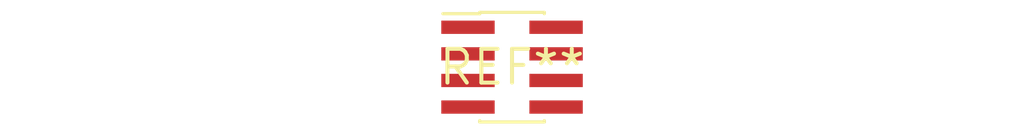
<source format=kicad_pcb>
(kicad_pcb (version 20240108) (generator pcbnew)
  (layers (0 "F.Cu" signal) (31 "B.Cu" signal) (34 "B.Paste" user) (35 "F.Paste" user) (36 "B.SilkS" user "B.Silkscreen") (37 "F.SilkS" user "F.Silkscreen") (38 "B.Mask" user) (39 "F.Mask" user) (44 "Edge.Cuts" user))
  (net 0 "")
  (footprint "PinHeader_2x04_P1.00mm_Vertical_SMD" (layer "F.Cu") (at 0 0)
    (property "Reference" "REF**")
    (property "Value" "PinHeader_2x04_P1.00mm_Vertical_SMD")
    (fp_line (start -2.59 -2.01) (end -1.21 -2.01) (layer "F.SilkS") (stroke (width 0.12)))
    (fp_line (start -1.21 -2.06) (end -1.21 -2.01) (layer "F.SilkS") (stroke (width 0.12)))
    (fp_line (start -1.21 -2.06) (end 1.21 -2.06) (layer "F.SilkS") (stroke (width 0.12)))
    (fp_line (start -1.21 2.01) (end -1.21 2.06) (layer "F.SilkS") (stroke (width 0.12)))
    (fp_line (start -1.21 2.06) (end 1.21 2.06) (layer "F.SilkS") (stroke (width 0.12)))
    (fp_line (start 1.21 -2.06) (end 1.21 -2.01) (layer "F.SilkS") (stroke (width 0.12)))
    (fp_line (start 1.21 2.01) (end 1.21 2.06) (layer "F.SilkS") (stroke (width 0.12)))
    (pad "1" smd rect (at -1.65 -1.5) (size 2 0.5) (layers "F.Cu" "F.Paste" "F.Mask"))
    (pad "2" smd rect (at 1.65 -1.5) (size 2 0.5) (layers "F.Cu" "F.Paste" "F.Mask"))
    (pad "3" smd rect (at -1.65 -0.5) (size 2 0.5) (layers "F.Cu" "F.Paste" "F.Mask"))
    (pad "4" smd rect (at 1.65 -0.5) (size 2 0.5) (layers "F.Cu" "F.Paste" "F.Mask"))
    (pad "5" smd rect (at -1.65 0.5) (size 2 0.5) (layers "F.Cu" "F.Paste" "F.Mask"))
    (pad "6" smd rect (at 1.65 0.5) (size 2 0.5) (layers "F.Cu" "F.Paste" "F.Mask"))
    (pad "7" smd rect (at -1.65 1.5) (size 2 0.5) (layers "F.Cu" "F.Paste" "F.Mask"))
    (pad "8" smd rect (at 1.65 1.5) (size 2 0.5) (layers "F.Cu" "F.Paste" "F.Mask"))
  )
)
</source>
